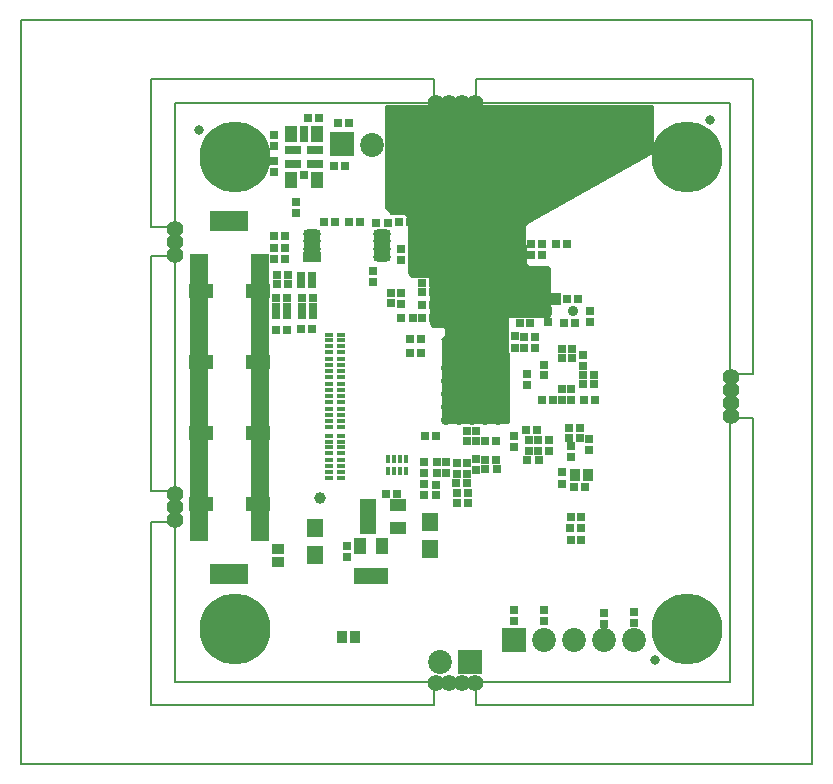
<source format=gbs>
G04 (created by PCBNEW (2013-05-31 BZR 4019)-stable) date 11/04/2014 15:09:40*
%MOIN*%
G04 Gerber Fmt 3.4, Leading zero omitted, Abs format*
%FSLAX34Y34*%
G01*
G70*
G90*
G04 APERTURE LIST*
%ADD10C,0.00590551*%
%ADD11C,0.0077*%
%ADD12C,0.0314961*%
%ADD13R,0.0632X0.0317*%
%ADD14R,0.0789X0.0475*%
%ADD15R,0.1298X0.0707*%
%ADD16R,0.0633X0.0318*%
%ADD17C,0.0554*%
%ADD18C,0.0357*%
%ADD19C,0.0395*%
%ADD20R,0.055X0.0588*%
%ADD21R,0.0253X0.0273*%
%ADD22R,0.0273X0.0253*%
%ADD23R,0.0353X0.0392*%
%ADD24R,0.0392X0.0353*%
%ADD25R,0.0273X0.0273*%
%ADD26C,0.2365*%
%ADD27C,0.0797*%
%ADD28C,0.0675*%
%ADD29R,0.0797X0.0797*%
%ADD30R,0.0543X0.0425*%
%ADD31R,0.0425X0.0543*%
%ADD32R,0.0594X0.0338*%
%ADD33O,0.0594X0.0338*%
%ADD34O,0.0594X0.0337*%
%ADD35O,0.0273X0.0155*%
%ADD36R,0.0273X0.0155*%
%ADD37O,0.0155X0.0273*%
%ADD38R,0.0155X0.0273*%
%ADD39R,0.0570866X0.0314961*%
%ADD40R,0.0433071X0.0570866*%
%ADD41R,0.0314961X0.0275591*%
%ADD42R,0.0314961X0.0570866*%
%ADD43C,0.01*%
G04 APERTURE END LIST*
G54D10*
G54D11*
X42606Y-52483D02*
X42606Y-27680D01*
X68983Y-52483D02*
X42606Y-52483D01*
X68983Y-27680D02*
X68983Y-52483D01*
X42606Y-27680D02*
X68983Y-27680D01*
X66228Y-30437D02*
X66228Y-39492D01*
X57764Y-30437D02*
X66228Y-30437D01*
X57764Y-29650D02*
X57764Y-30437D01*
X67016Y-29650D02*
X57764Y-29650D01*
X67016Y-39492D02*
X67016Y-29650D01*
X66228Y-39492D02*
X67016Y-39492D01*
X57764Y-50515D02*
X57764Y-49728D01*
X67016Y-50515D02*
X57764Y-50515D01*
X67016Y-40948D02*
X67016Y-50515D01*
X66228Y-40948D02*
X67016Y-40948D01*
X66228Y-49728D02*
X66228Y-40948D01*
X57764Y-49728D02*
X66228Y-49728D01*
X46936Y-50515D02*
X46936Y-44413D01*
X56386Y-50515D02*
X46936Y-50515D01*
X56386Y-49728D02*
X56386Y-50515D01*
X47724Y-49728D02*
X56386Y-49728D01*
X47724Y-44413D02*
X47724Y-49728D01*
X46936Y-44413D02*
X47724Y-44413D01*
X46936Y-43390D02*
X46936Y-35555D01*
X47724Y-43390D02*
X46936Y-43390D01*
X47724Y-35555D02*
X47724Y-43390D01*
X46936Y-35555D02*
X47724Y-35555D01*
X47724Y-30437D02*
X47724Y-34570D01*
X46936Y-34570D02*
X47724Y-34570D01*
X46936Y-29648D02*
X46936Y-34570D01*
X46936Y-29648D02*
X56384Y-29648D01*
X56384Y-29648D02*
X56384Y-30437D01*
X47724Y-30437D02*
X56384Y-30437D01*
G54D12*
X65578Y-31011D03*
X63740Y-49007D03*
G54D13*
X48532Y-35636D03*
X48532Y-35832D03*
X48532Y-36029D03*
X48532Y-36226D03*
X48532Y-36422D03*
X50576Y-36422D03*
X50576Y-36226D03*
X50578Y-36029D03*
X50578Y-35832D03*
X50578Y-35636D03*
X48534Y-37009D03*
X48534Y-37207D03*
X48534Y-37404D03*
X48534Y-37599D03*
X48534Y-37797D03*
X48534Y-37994D03*
X48534Y-38189D03*
X48534Y-38387D03*
X48534Y-38586D03*
X48534Y-38782D03*
X50578Y-38782D03*
X50581Y-38584D03*
X50581Y-38387D03*
X50578Y-38189D03*
X50578Y-37994D03*
X50581Y-37796D03*
X50581Y-37599D03*
X50581Y-37402D03*
X50581Y-37206D03*
X50581Y-37009D03*
X50581Y-39371D03*
X50581Y-39567D03*
X50581Y-39764D03*
X50581Y-39961D03*
X50581Y-40157D03*
X50579Y-40356D03*
X50579Y-40551D03*
X50581Y-40749D03*
X50581Y-40946D03*
X50579Y-41144D03*
X48534Y-41144D03*
X48534Y-40947D03*
X48534Y-40749D03*
X48534Y-40551D03*
X48534Y-40356D03*
X48534Y-40159D03*
X48534Y-39961D03*
X48534Y-39766D03*
X48534Y-39569D03*
X48534Y-39371D03*
X48530Y-41736D03*
X48530Y-41934D03*
X48530Y-42131D03*
X48530Y-42327D03*
X48530Y-42524D03*
X48530Y-42721D03*
X48530Y-42917D03*
X48530Y-43114D03*
X48530Y-43312D03*
X48530Y-43509D03*
X50578Y-44099D03*
X50578Y-44296D03*
X50578Y-44492D03*
X50576Y-44689D03*
X50576Y-44886D03*
G54D14*
X50498Y-39079D03*
X48610Y-39079D03*
X48610Y-41441D03*
X50498Y-41441D03*
X48610Y-36716D03*
X50498Y-36716D03*
X50498Y-43804D03*
G54D15*
X49554Y-34374D03*
X49554Y-46140D03*
G54D14*
X48610Y-43804D03*
G54D13*
X48532Y-44886D03*
G54D16*
X48531Y-44689D03*
G54D13*
X48532Y-44492D03*
X48532Y-44296D03*
X48532Y-44099D03*
X50576Y-43509D03*
X50577Y-43311D03*
X50577Y-43114D03*
X50576Y-42917D03*
X50576Y-42721D03*
X50577Y-42523D03*
X50577Y-42327D03*
X50577Y-42130D03*
X50577Y-41933D03*
X50577Y-41736D03*
G54D17*
X47725Y-34630D03*
X47725Y-35063D03*
X47725Y-35496D03*
X47725Y-44335D03*
X47725Y-43902D03*
X47725Y-43469D03*
X66268Y-39571D03*
X66268Y-40004D03*
X66268Y-40437D03*
X66268Y-40870D03*
G54D18*
X58299Y-40354D03*
X58299Y-39921D03*
X58082Y-40138D03*
X58515Y-40138D03*
X61011Y-37386D03*
X58732Y-40354D03*
X57866Y-40354D03*
X57433Y-40354D03*
X57000Y-40354D03*
X56783Y-40571D03*
X57216Y-40571D03*
X57653Y-40571D03*
X58082Y-40571D03*
X58515Y-40571D03*
X58515Y-41004D03*
X58082Y-41004D03*
X57653Y-41004D03*
X57216Y-41004D03*
X56783Y-41004D03*
X57000Y-40787D03*
X57433Y-40787D03*
X58299Y-40787D03*
X57866Y-40787D03*
X58732Y-40787D03*
X58732Y-39921D03*
X57866Y-39921D03*
X57433Y-39921D03*
X57000Y-39921D03*
X56783Y-40138D03*
X57216Y-40138D03*
X57653Y-40138D03*
X58515Y-39705D03*
X58082Y-39705D03*
X57653Y-39705D03*
X57216Y-39705D03*
X56783Y-39705D03*
X57000Y-39488D03*
X57433Y-39488D03*
X58299Y-39488D03*
X57866Y-39488D03*
X58732Y-39488D03*
X58732Y-39055D03*
X57866Y-39055D03*
X58299Y-39055D03*
X57433Y-39055D03*
X57000Y-39055D03*
X56783Y-39272D03*
X57216Y-39272D03*
X57653Y-39272D03*
X58082Y-39272D03*
X58515Y-39272D03*
G54D19*
X52586Y-43621D03*
G54D20*
X52390Y-44611D03*
X52390Y-45515D03*
X56248Y-44414D03*
X56248Y-45318D03*
G54D21*
X53906Y-34410D03*
X53536Y-34410D03*
X51512Y-36189D03*
X51142Y-36189D03*
X61279Y-44618D03*
X60909Y-44618D03*
G54D22*
X51023Y-31877D03*
X51023Y-31507D03*
X51023Y-32374D03*
X51023Y-32744D03*
G54D21*
X51402Y-35638D03*
X51032Y-35638D03*
X51488Y-38008D03*
X51118Y-38008D03*
G54D22*
X54326Y-36417D03*
X54326Y-36047D03*
G54D21*
X51512Y-36461D03*
X51142Y-36461D03*
X51476Y-37232D03*
X51106Y-37232D03*
X51969Y-37240D03*
X52339Y-37240D03*
X51941Y-36197D03*
X52311Y-36197D03*
G54D22*
X55271Y-35681D03*
X55271Y-35311D03*
G54D21*
X51945Y-37992D03*
X52315Y-37992D03*
X53079Y-34410D03*
X52709Y-34410D03*
X51480Y-37508D03*
X51110Y-37508D03*
X54453Y-34433D03*
X54823Y-34433D03*
G54D22*
X59606Y-35130D03*
X59606Y-35500D03*
X59961Y-35130D03*
X59961Y-35500D03*
X59039Y-47713D03*
X59039Y-47343D03*
X60047Y-47721D03*
X60047Y-47351D03*
X62036Y-47807D03*
X62036Y-47437D03*
X63051Y-47776D03*
X63051Y-47406D03*
X56484Y-42792D03*
X56484Y-42422D03*
G54D21*
X58087Y-42642D03*
X58457Y-42642D03*
X55658Y-37614D03*
X55288Y-37614D03*
G54D22*
X55284Y-36764D03*
X55284Y-37134D03*
G54D21*
X59382Y-38228D03*
X59752Y-38228D03*
X59488Y-42347D03*
X59858Y-42347D03*
X59831Y-42044D03*
X60201Y-42044D03*
X61713Y-39500D03*
X61343Y-39500D03*
X59382Y-38610D03*
X59752Y-38610D03*
G54D22*
X60638Y-39984D03*
X60638Y-40354D03*
G54D21*
X59969Y-40355D03*
X60339Y-40355D03*
X61358Y-40351D03*
X61728Y-40351D03*
G54D22*
X61551Y-41642D03*
X61551Y-42012D03*
X56764Y-42421D03*
X56764Y-42791D03*
G54D21*
X60697Y-37768D03*
X61067Y-37768D03*
X51965Y-36953D03*
X52335Y-36953D03*
G54D22*
X60646Y-42760D03*
X60646Y-43130D03*
G54D21*
X61398Y-43256D03*
X61028Y-43256D03*
X60795Y-36981D03*
X61165Y-36981D03*
G54D22*
X61571Y-37756D03*
X61571Y-37386D03*
X57768Y-42685D03*
X57768Y-42315D03*
G54D21*
X61721Y-39799D03*
X61351Y-39799D03*
X55941Y-38776D03*
X55571Y-38776D03*
G54D22*
X56051Y-43146D03*
X56051Y-43516D03*
G54D21*
X51410Y-34890D03*
X51040Y-34890D03*
X51040Y-35280D03*
X51410Y-35280D03*
X52339Y-37512D03*
X51969Y-37512D03*
X51476Y-36957D03*
X51106Y-36957D03*
X51941Y-36469D03*
X52311Y-36469D03*
X57484Y-43122D03*
X57114Y-43122D03*
G54D22*
X57465Y-42449D03*
X57465Y-42819D03*
G54D23*
X60440Y-36984D03*
X60010Y-36984D03*
X53309Y-48228D03*
X53739Y-48228D03*
X61073Y-42847D03*
X61503Y-42847D03*
G54D24*
X51169Y-45305D03*
X51169Y-45735D03*
G54D25*
X61228Y-41626D03*
X61228Y-41272D03*
X60949Y-40346D03*
X60949Y-39992D03*
X60878Y-41626D03*
X60878Y-41272D03*
X60634Y-38634D03*
X60988Y-38634D03*
X56437Y-41545D03*
X56083Y-41545D03*
X60634Y-38945D03*
X60988Y-38945D03*
X56047Y-42426D03*
X56047Y-42780D03*
X55130Y-43477D03*
X54776Y-43477D03*
X57500Y-43783D03*
X57146Y-43783D03*
X55981Y-37610D03*
X56335Y-37610D03*
X57500Y-43453D03*
X57146Y-43453D03*
X57150Y-42445D03*
X57150Y-42799D03*
X55209Y-34425D03*
X55563Y-34425D03*
X60445Y-35130D03*
X60799Y-35130D03*
X61279Y-44259D03*
X60925Y-44259D03*
X61287Y-45011D03*
X60933Y-45011D03*
X59539Y-42047D03*
X59539Y-41693D03*
X54949Y-37126D03*
X54949Y-36772D03*
X57768Y-41721D03*
X57768Y-41367D03*
X57484Y-41717D03*
X57484Y-41363D03*
X59476Y-39843D03*
X59476Y-39489D03*
X55929Y-38299D03*
X55575Y-38299D03*
X56437Y-43166D03*
X56437Y-43520D03*
X59067Y-38217D03*
X58713Y-38217D03*
X59075Y-38595D03*
X58721Y-38595D03*
X61343Y-39209D03*
X61343Y-38855D03*
X60039Y-39169D03*
X60039Y-39523D03*
X59035Y-41899D03*
X59035Y-41545D03*
X60162Y-37732D03*
X60162Y-37378D03*
X60205Y-41685D03*
X59851Y-41685D03*
X60941Y-41890D03*
X60941Y-42244D03*
X55981Y-37169D03*
X56335Y-37169D03*
X55977Y-36756D03*
X56331Y-36756D03*
X55988Y-36453D03*
X56342Y-36453D03*
X59236Y-37780D03*
X59236Y-37426D03*
X59579Y-37780D03*
X59579Y-37426D03*
X58087Y-42339D03*
X58441Y-42339D03*
X58079Y-41717D03*
X58433Y-41717D03*
X53469Y-45225D03*
X53469Y-45579D03*
X59445Y-41343D03*
X59799Y-41343D03*
G54D26*
X49752Y-32228D03*
X64791Y-32228D03*
X64791Y-47975D03*
X49752Y-47975D03*
G54D17*
X56426Y-49768D03*
X56859Y-49768D03*
X57292Y-49768D03*
X57726Y-49768D03*
X56425Y-30437D03*
X56858Y-30437D03*
X57291Y-30437D03*
X57725Y-30437D03*
G54D27*
X58307Y-31834D03*
X57307Y-31834D03*
G54D28*
X56307Y-31834D03*
G54D27*
X55307Y-31834D03*
G54D29*
X53307Y-31814D03*
G54D27*
X54307Y-31834D03*
G54D29*
X57576Y-49079D03*
G54D27*
X56576Y-49079D03*
G54D30*
X54184Y-44603D03*
X54184Y-43853D03*
X55184Y-44603D03*
X54184Y-44228D03*
X55184Y-43853D03*
G54D31*
X54646Y-46200D03*
X53896Y-46200D03*
X54646Y-45200D03*
X54271Y-46200D03*
X53896Y-45200D03*
G54D32*
X52291Y-35567D03*
G54D33*
X52291Y-35311D03*
X52291Y-35055D03*
X52291Y-34799D03*
G54D34*
X54654Y-35567D03*
G54D33*
X54654Y-35311D03*
X54654Y-35055D03*
X54654Y-34799D03*
G54D35*
X53256Y-38752D03*
X53256Y-38555D03*
X53256Y-38162D03*
X52862Y-38162D03*
G54D36*
X52862Y-38752D03*
G54D35*
X53256Y-38359D03*
X52862Y-38359D03*
X52862Y-38555D03*
X53256Y-39567D03*
X53256Y-39370D03*
X53256Y-38977D03*
X52862Y-38977D03*
G54D36*
X52862Y-39567D03*
G54D35*
X53256Y-39174D03*
X52862Y-39174D03*
X52862Y-39370D03*
X53256Y-40402D03*
X53256Y-40205D03*
X53256Y-39812D03*
X52862Y-39812D03*
G54D36*
X52862Y-40402D03*
G54D35*
X53256Y-40009D03*
X52862Y-40009D03*
X52862Y-40205D03*
X53256Y-41236D03*
X53256Y-41039D03*
X53256Y-40646D03*
X52862Y-40646D03*
G54D36*
X52862Y-41236D03*
G54D35*
X53256Y-40843D03*
X52862Y-40843D03*
X52862Y-41039D03*
X53256Y-42122D03*
X53256Y-41925D03*
X53256Y-41532D03*
X52862Y-41532D03*
G54D36*
X52862Y-42122D03*
G54D35*
X53256Y-41729D03*
X52862Y-41729D03*
X52862Y-41925D03*
X53256Y-42941D03*
X53256Y-42744D03*
X53256Y-42351D03*
X52862Y-42351D03*
G54D36*
X52862Y-42941D03*
G54D35*
X53256Y-42548D03*
X52862Y-42548D03*
X52862Y-42744D03*
G54D37*
X55425Y-42319D03*
X55228Y-42319D03*
X54835Y-42319D03*
X54835Y-42713D03*
G54D38*
X55425Y-42713D03*
G54D37*
X55032Y-42319D03*
X55032Y-42713D03*
X55228Y-42713D03*
G54D12*
X48535Y-31342D03*
G54D39*
X51683Y-32007D03*
G54D40*
X52480Y-31486D03*
X52480Y-33001D03*
X51614Y-33001D03*
X51614Y-31486D03*
G54D41*
X52047Y-32854D03*
G54D42*
X52047Y-31486D03*
G54D39*
X51683Y-32480D03*
X52411Y-32007D03*
X52412Y-32480D03*
G54D25*
X53405Y-32559D03*
X53051Y-32559D03*
X51781Y-33740D03*
X51781Y-34094D03*
X53523Y-31114D03*
X53169Y-31114D03*
X52539Y-30956D03*
X52185Y-30956D03*
G54D27*
X63314Y-31834D03*
X62314Y-31834D03*
X61314Y-31834D03*
G54D29*
X59314Y-31814D03*
G54D27*
X60314Y-31834D03*
X63043Y-48350D03*
X62043Y-48350D03*
X61043Y-48350D03*
G54D29*
X59043Y-48330D03*
G54D27*
X60043Y-48350D03*
G54D10*
G36*
X63623Y-32084D02*
X59536Y-34369D01*
X59386Y-34519D01*
X59395Y-35783D01*
X59497Y-35897D01*
X60139Y-35897D01*
X60198Y-35933D01*
X60198Y-37560D01*
X58812Y-37560D01*
X58812Y-38759D01*
X58848Y-38799D01*
X58848Y-41092D01*
X56664Y-41092D01*
X56664Y-38326D01*
X56654Y-38326D01*
X56759Y-38221D01*
X56759Y-37956D01*
X56666Y-37864D01*
X56348Y-37864D01*
X56282Y-37794D01*
X56282Y-36298D01*
X56205Y-36222D01*
X55650Y-36222D01*
X55541Y-36113D01*
X55537Y-34251D01*
X55395Y-34104D01*
X54949Y-34104D01*
X54771Y-33924D01*
X54777Y-30554D01*
X63623Y-30554D01*
X63623Y-32084D01*
X63623Y-32084D01*
G37*
G54D43*
X63623Y-32084D02*
X59536Y-34369D01*
X59386Y-34519D01*
X59395Y-35783D01*
X59497Y-35897D01*
X60139Y-35897D01*
X60198Y-35933D01*
X60198Y-37560D01*
X58812Y-37560D01*
X58812Y-38759D01*
X58848Y-38799D01*
X58848Y-41092D01*
X56664Y-41092D01*
X56664Y-38326D01*
X56654Y-38326D01*
X56759Y-38221D01*
X56759Y-37956D01*
X56666Y-37864D01*
X56348Y-37864D01*
X56282Y-37794D01*
X56282Y-36298D01*
X56205Y-36222D01*
X55650Y-36222D01*
X55541Y-36113D01*
X55537Y-34251D01*
X55395Y-34104D01*
X54949Y-34104D01*
X54771Y-33924D01*
X54777Y-30554D01*
X63623Y-30554D01*
X63623Y-32084D01*
M02*

</source>
